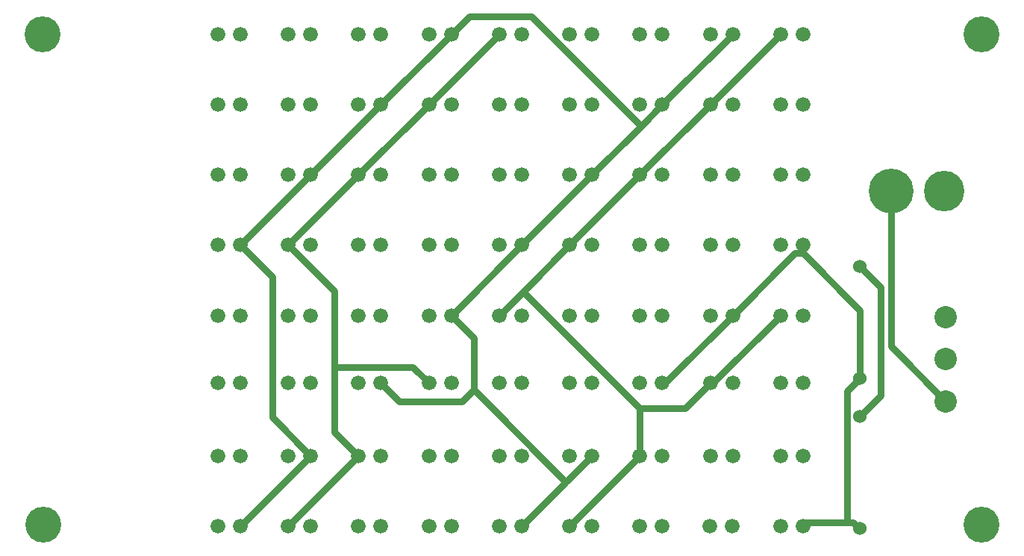
<source format=gbl>
G04 (created by PCBNEW-RS274X (2011-nov-30)-testing) date Thu 30 Aug 2012 11:44:27 AM PDT*
%MOIN*%
G04 Gerber Fmt 3.4, Leading zero omitted, Abs format*
%FSLAX34Y34*%
G01*
G70*
G90*
G04 APERTURE LIST*
%ADD10C,0.006*%
%ADD11C,0.06*%
%ADD12C,0.2*%
%ADD13C,0.1811*%
%ADD14C,0.16*%
%ADD15C,0.1*%
%ADD16C,0.066*%
%ADD17C,0.03*%
G04 APERTURE END LIST*
G54D10*
G54D11*
X62150Y-57600D03*
X62150Y-52600D03*
X62150Y-50900D03*
X62150Y-45900D03*
G54D12*
X63551Y-42545D03*
G54D13*
X65913Y-42545D03*
G54D14*
X25683Y-57437D03*
X67598Y-35544D03*
X67577Y-57437D03*
X25642Y-35544D03*
G54D15*
X66000Y-51915D03*
X66000Y-50045D03*
X66000Y-48175D03*
G54D16*
X33488Y-35515D03*
X34488Y-35515D03*
X42910Y-57500D03*
X43910Y-57500D03*
X46050Y-57500D03*
X47050Y-57500D03*
X49191Y-57500D03*
X50191Y-57500D03*
X52331Y-57500D03*
X53331Y-57500D03*
X55463Y-57500D03*
X56463Y-57500D03*
X58612Y-57500D03*
X59612Y-57500D03*
X36629Y-57500D03*
X37629Y-57500D03*
X39769Y-57500D03*
X40769Y-57500D03*
X39769Y-54360D03*
X40769Y-54360D03*
X42910Y-54360D03*
X43910Y-54360D03*
X46050Y-54360D03*
X47050Y-54360D03*
X49191Y-54360D03*
X50191Y-54360D03*
X52331Y-54360D03*
X53331Y-54360D03*
X55472Y-54360D03*
X56472Y-54360D03*
X58612Y-54360D03*
X59612Y-54360D03*
X36629Y-54360D03*
X37629Y-54360D03*
X39769Y-51101D03*
X40769Y-51101D03*
X42910Y-51101D03*
X43910Y-51101D03*
X46050Y-51101D03*
X47050Y-51101D03*
X49191Y-51101D03*
X50191Y-51101D03*
X52331Y-51101D03*
X53331Y-51101D03*
X55472Y-51101D03*
X56472Y-51101D03*
X58612Y-51101D03*
X59612Y-51101D03*
X36629Y-51101D03*
X37629Y-51101D03*
X36629Y-48079D03*
X37629Y-48079D03*
X39769Y-48079D03*
X40769Y-48079D03*
X46050Y-48079D03*
X47050Y-48079D03*
X42910Y-48079D03*
X43910Y-48079D03*
X49191Y-48079D03*
X50191Y-48079D03*
X52331Y-48079D03*
X53331Y-48079D03*
X55472Y-48079D03*
X56472Y-48079D03*
X58612Y-48079D03*
X59612Y-48079D03*
X33488Y-48079D03*
X34488Y-48079D03*
X33488Y-51101D03*
X34488Y-51101D03*
X33488Y-54360D03*
X34488Y-54360D03*
X33488Y-57500D03*
X34488Y-57500D03*
X58612Y-44938D03*
X59612Y-44938D03*
X36629Y-44938D03*
X37629Y-44938D03*
X39769Y-44938D03*
X40769Y-44938D03*
X42910Y-44938D03*
X43910Y-44938D03*
X46050Y-44938D03*
X47050Y-44938D03*
X49191Y-44938D03*
X50191Y-44938D03*
X52331Y-44938D03*
X53331Y-44938D03*
X55472Y-44938D03*
X56472Y-44938D03*
X33488Y-44938D03*
X34488Y-44938D03*
X55472Y-41797D03*
X56472Y-41797D03*
X58612Y-41797D03*
X59612Y-41797D03*
X36629Y-41797D03*
X37629Y-41797D03*
X39769Y-41797D03*
X40769Y-41797D03*
X42910Y-41797D03*
X43910Y-41797D03*
X46050Y-41797D03*
X47050Y-41797D03*
X49191Y-41797D03*
X50191Y-41797D03*
X52331Y-41797D03*
X53331Y-41797D03*
X58612Y-38656D03*
X59612Y-38656D03*
X55472Y-38656D03*
X56472Y-38656D03*
X52331Y-38656D03*
X53331Y-38656D03*
X49191Y-38656D03*
X50191Y-38656D03*
X46050Y-38656D03*
X47050Y-38656D03*
X42910Y-38656D03*
X43910Y-38656D03*
X39769Y-38656D03*
X40769Y-38656D03*
X36629Y-38656D03*
X37629Y-38656D03*
X33488Y-38656D03*
X34488Y-38656D03*
X58612Y-35515D03*
X59612Y-35515D03*
X55472Y-35515D03*
X56472Y-35515D03*
X52331Y-35515D03*
X53331Y-35515D03*
X49191Y-35515D03*
X50191Y-35515D03*
X46050Y-35515D03*
X47050Y-35515D03*
X42910Y-35515D03*
X43910Y-35515D03*
X39769Y-35515D03*
X40769Y-35515D03*
X36629Y-35515D03*
X37629Y-35515D03*
X33488Y-41797D03*
X34488Y-41797D03*
G54D17*
X63551Y-49466D02*
X63551Y-42545D01*
X66000Y-51915D02*
X63551Y-49466D01*
X63088Y-51662D02*
X62150Y-52600D01*
X63088Y-46838D02*
X63088Y-51662D01*
X62150Y-45900D02*
X63088Y-46838D01*
X56472Y-35515D02*
X53331Y-38656D01*
X50191Y-41797D02*
X47050Y-44938D01*
X34488Y-57500D02*
X37629Y-54359D01*
X35913Y-52644D02*
X37629Y-54359D01*
X35913Y-46363D02*
X35913Y-52644D01*
X34488Y-44938D02*
X35913Y-46363D01*
X37629Y-54359D02*
X37629Y-54360D01*
X47050Y-44939D02*
X43910Y-48079D01*
X47050Y-44938D02*
X47050Y-44939D01*
X44398Y-51928D02*
X44920Y-51406D01*
X41596Y-51928D02*
X44398Y-51928D01*
X40769Y-51101D02*
X41596Y-51928D01*
X44920Y-49089D02*
X43910Y-48079D01*
X44920Y-51406D02*
X44920Y-49089D01*
X49068Y-55483D02*
X48997Y-55483D01*
X50191Y-54360D02*
X49068Y-55483D01*
X44920Y-51406D02*
X48997Y-55483D01*
X48997Y-55553D02*
X47050Y-57500D01*
X48997Y-55483D02*
X48997Y-55553D01*
X53450Y-51101D02*
X53331Y-51101D01*
X56472Y-48079D02*
X53450Y-51101D01*
X37629Y-41796D02*
X37629Y-41797D01*
X40769Y-38656D02*
X37629Y-41796D01*
X37629Y-41797D02*
X34488Y-44938D01*
X59612Y-44938D02*
X59612Y-45309D01*
X62150Y-47847D02*
X59612Y-45309D01*
X62150Y-50900D02*
X62150Y-47847D01*
X59242Y-45309D02*
X56472Y-48079D01*
X59612Y-45309D02*
X59242Y-45309D01*
X61577Y-51473D02*
X62150Y-50900D01*
X61577Y-57313D02*
X61577Y-51473D01*
X61863Y-57313D02*
X61577Y-57313D01*
X62150Y-57600D02*
X61863Y-57313D01*
X59799Y-57313D02*
X59612Y-57500D01*
X61577Y-57313D02*
X59799Y-57313D01*
X40769Y-38656D02*
X43910Y-35515D01*
X47478Y-34721D02*
X52372Y-39615D01*
X44704Y-34721D02*
X47478Y-34721D01*
X43910Y-35515D02*
X44704Y-34721D01*
X53331Y-38656D02*
X52372Y-39615D01*
X50191Y-41796D02*
X50191Y-41797D01*
X52372Y-39615D02*
X50191Y-41796D01*
X55472Y-38655D02*
X55472Y-38656D01*
X58612Y-35515D02*
X55472Y-38655D01*
X55472Y-38656D02*
X52331Y-41797D01*
X42910Y-38655D02*
X42910Y-38656D01*
X46050Y-35515D02*
X42910Y-38655D01*
X42910Y-38656D02*
X39769Y-41797D01*
X36629Y-44937D02*
X36629Y-44938D01*
X39769Y-41797D02*
X36629Y-44937D01*
X42201Y-50392D02*
X42910Y-51101D01*
X38699Y-50392D02*
X42201Y-50392D01*
X38699Y-47008D02*
X38699Y-50392D01*
X36629Y-44938D02*
X38699Y-47008D01*
X49191Y-44937D02*
X52331Y-41797D01*
X49191Y-44938D02*
X49191Y-44937D01*
X46050Y-48079D02*
X47115Y-47014D01*
X47115Y-47014D02*
X49191Y-44938D01*
X55590Y-51101D02*
X55472Y-51101D01*
X58612Y-48079D02*
X55590Y-51101D01*
X54343Y-52230D02*
X52331Y-52230D01*
X55472Y-51101D02*
X54343Y-52230D01*
X47115Y-47014D02*
X52331Y-52230D01*
X38699Y-53290D02*
X39769Y-54360D01*
X38699Y-50392D02*
X38699Y-53290D01*
X39769Y-54360D02*
X36629Y-57500D01*
X52331Y-52230D02*
X52331Y-54360D01*
X52331Y-54360D02*
X49191Y-57500D01*
M02*

</source>
